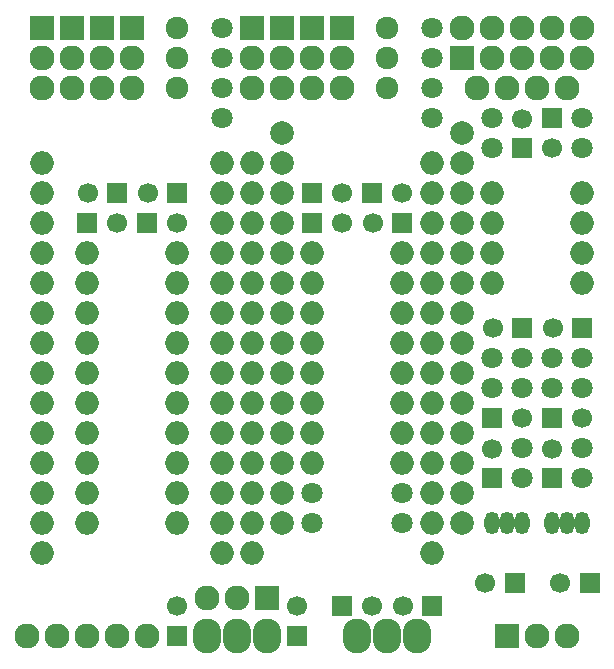
<source format=gts>
G04 #@! TF.FileFunction,Soldermask,Top*
%FSLAX46Y46*%
G04 Gerber Fmt 4.6, Leading zero omitted, Abs format (unit mm)*
G04 Created by KiCad (PCBNEW 4.0.0-rc2-stable) date 15.04.2016 14:18:32*
%MOMM*%
G01*
G04 APERTURE LIST*
%ADD10C,0.100000*%
%ADD11R,1.700000X1.700000*%
%ADD12C,1.700000*%
%ADD13C,1.797000*%
%ADD14O,2.000000X2.000000*%
%ADD15O,1.299160X1.901140*%
%ADD16C,1.924000*%
%ADD17C,2.127200*%
%ADD18R,2.127200X2.127200*%
%ADD19O,2.127200X2.127200*%
%ADD20C,2.000000*%
%ADD21O,2.432000X2.940000*%
G04 APERTURE END LIST*
D10*
D11*
X142240000Y-83820000D03*
D12*
X139740000Y-83820000D03*
D11*
X139700000Y-86360000D03*
D12*
X142200000Y-86360000D03*
D11*
X137160000Y-83820000D03*
D12*
X134660000Y-83820000D03*
D11*
X134620000Y-86360000D03*
D12*
X137120000Y-86360000D03*
D11*
X163830000Y-118745000D03*
D12*
X161330000Y-118745000D03*
D11*
X156210000Y-118745000D03*
D12*
X158710000Y-118745000D03*
D11*
X152400000Y-121285000D03*
D12*
X152400000Y-118785000D03*
D11*
X142240000Y-121285000D03*
D12*
X142240000Y-118785000D03*
D11*
X158750000Y-83820000D03*
D12*
X161250000Y-83820000D03*
D11*
X153670000Y-86360000D03*
D12*
X156170000Y-86360000D03*
D11*
X153670000Y-83820000D03*
D12*
X156170000Y-83820000D03*
D11*
X161290000Y-86360000D03*
D12*
X158790000Y-86360000D03*
D11*
X171450000Y-80010000D03*
D12*
X171450000Y-77510000D03*
D11*
X173990000Y-77470000D03*
D12*
X173990000Y-79970000D03*
D11*
X168910000Y-102870000D03*
D12*
X171410000Y-102870000D03*
D11*
X168910000Y-107950000D03*
D12*
X168910000Y-105450000D03*
D11*
X171450000Y-95250000D03*
D12*
X168950000Y-95250000D03*
D11*
X176530000Y-95250000D03*
D12*
X174030000Y-95250000D03*
D13*
X146050000Y-72390000D03*
X146050000Y-69850000D03*
X176530000Y-80010000D03*
X176530000Y-77470000D03*
X171450000Y-100330000D03*
X171450000Y-97790000D03*
X168910000Y-100330000D03*
X168910000Y-97790000D03*
X171450000Y-107950000D03*
X171450000Y-105410000D03*
X176530000Y-100330000D03*
X176530000Y-97790000D03*
D14*
X134620000Y-88900000D03*
X134620000Y-91440000D03*
X134620000Y-93980000D03*
X134620000Y-96520000D03*
X134620000Y-99060000D03*
X134620000Y-101600000D03*
X134620000Y-104140000D03*
X134620000Y-106680000D03*
X134620000Y-109220000D03*
X134620000Y-111760000D03*
X142240000Y-111760000D03*
X142240000Y-109220000D03*
X142240000Y-106680000D03*
X142240000Y-104140000D03*
X142240000Y-101600000D03*
X142240000Y-99060000D03*
X142240000Y-96520000D03*
X142240000Y-93980000D03*
X142240000Y-91440000D03*
X142240000Y-88900000D03*
X130810000Y-81280000D03*
X130810000Y-83820000D03*
X130810000Y-86360000D03*
X130810000Y-88900000D03*
X130810000Y-91440000D03*
X130810000Y-93980000D03*
X130810000Y-96520000D03*
X130810000Y-99060000D03*
X130810000Y-101600000D03*
X130810000Y-104140000D03*
X130810000Y-106680000D03*
X130810000Y-109220000D03*
X130810000Y-111760000D03*
X130810000Y-114300000D03*
X146050000Y-114300000D03*
X146050000Y-111760000D03*
X146050000Y-109220000D03*
X146050000Y-106680000D03*
X146050000Y-104140000D03*
X146050000Y-101600000D03*
X146050000Y-99060000D03*
X146050000Y-96520000D03*
X146050000Y-93980000D03*
X146050000Y-91440000D03*
X146050000Y-88900000D03*
X146050000Y-86360000D03*
X146050000Y-83820000D03*
X146050000Y-81280000D03*
X148590000Y-81280000D03*
X148590000Y-83820000D03*
X148590000Y-86360000D03*
X148590000Y-88900000D03*
X148590000Y-91440000D03*
X148590000Y-93980000D03*
X148590000Y-96520000D03*
X148590000Y-99060000D03*
X148590000Y-101600000D03*
X148590000Y-104140000D03*
X148590000Y-106680000D03*
X148590000Y-109220000D03*
X148590000Y-111760000D03*
X148590000Y-114300000D03*
X163830000Y-114300000D03*
X163830000Y-111760000D03*
X163830000Y-109220000D03*
X163830000Y-106680000D03*
X163830000Y-104140000D03*
X163830000Y-101600000D03*
X163830000Y-99060000D03*
X163830000Y-96520000D03*
X163830000Y-93980000D03*
X163830000Y-91440000D03*
X163830000Y-88900000D03*
X163830000Y-86360000D03*
X163830000Y-83820000D03*
X163830000Y-81280000D03*
X153670000Y-88900000D03*
X153670000Y-91440000D03*
X153670000Y-93980000D03*
X153670000Y-96520000D03*
X153670000Y-99060000D03*
X153670000Y-101600000D03*
X153670000Y-104140000D03*
X153670000Y-106680000D03*
X161290000Y-106680000D03*
X161290000Y-104140000D03*
X161290000Y-101600000D03*
X161290000Y-99060000D03*
X161290000Y-96520000D03*
X161290000Y-93980000D03*
X161290000Y-91440000D03*
X161290000Y-88900000D03*
X168910000Y-83820000D03*
X168910000Y-86360000D03*
X168910000Y-88900000D03*
X168910000Y-91440000D03*
X176530000Y-91440000D03*
X176530000Y-88900000D03*
X176530000Y-86360000D03*
X176530000Y-83820000D03*
D13*
X153670000Y-111760000D03*
X161290000Y-111760000D03*
X153670000Y-109220000D03*
X161290000Y-109220000D03*
X168910000Y-80010000D03*
X168910000Y-77470000D03*
X163830000Y-72390000D03*
X163830000Y-69850000D03*
D11*
X173990000Y-102870000D03*
D12*
X176490000Y-102870000D03*
D11*
X173990000Y-107950000D03*
D12*
X173990000Y-105450000D03*
D15*
X170180000Y-111760000D03*
X171450000Y-111760000D03*
X168910000Y-111760000D03*
X175260000Y-111760000D03*
X176530000Y-111760000D03*
X173990000Y-111760000D03*
D13*
X173990000Y-100330000D03*
X173990000Y-97790000D03*
X176530000Y-107950000D03*
X176530000Y-105410000D03*
D11*
X170815000Y-116840000D03*
D12*
X168315000Y-116840000D03*
D11*
X177165000Y-116840000D03*
D12*
X174665000Y-116840000D03*
D16*
X160020000Y-72390000D03*
X160020000Y-74930000D03*
X160020000Y-69850000D03*
X142240000Y-72390000D03*
X142240000Y-74930000D03*
X142240000Y-69850000D03*
D13*
X146050000Y-74930000D03*
X146050000Y-77470000D03*
X163830000Y-74930000D03*
X163830000Y-77470000D03*
D17*
X129540000Y-121285000D03*
X132080000Y-121285000D03*
X134620000Y-121285000D03*
X137160000Y-121285000D03*
X139700000Y-121285000D03*
D18*
X149860000Y-118110000D03*
D17*
X147320000Y-118110000D03*
X144780000Y-118110000D03*
D18*
X130810000Y-69850000D03*
D17*
X130810000Y-72390000D03*
X130810000Y-74930000D03*
D18*
X133350000Y-69850000D03*
D17*
X133350000Y-72390000D03*
X133350000Y-74930000D03*
D18*
X135890000Y-69850000D03*
D17*
X135890000Y-72390000D03*
X135890000Y-74930000D03*
D18*
X138430000Y-69850000D03*
D17*
X138430000Y-72390000D03*
X138430000Y-74930000D03*
D18*
X156210000Y-69850000D03*
D17*
X156210000Y-72390000D03*
X156210000Y-74930000D03*
D18*
X153670000Y-69850000D03*
D17*
X153670000Y-72390000D03*
X153670000Y-74930000D03*
D18*
X151130000Y-69850000D03*
D17*
X151130000Y-72390000D03*
X151130000Y-74930000D03*
D18*
X148590000Y-69850000D03*
D17*
X148590000Y-72390000D03*
X148590000Y-74930000D03*
D18*
X170180000Y-121285000D03*
D17*
X172720000Y-121285000D03*
X175260000Y-121285000D03*
X167640000Y-74930000D03*
X170180000Y-74930000D03*
X175260000Y-74930000D03*
X172720000Y-74930000D03*
D18*
X166370000Y-72390000D03*
D19*
X166370000Y-69850000D03*
X168910000Y-72390000D03*
X168910000Y-69850000D03*
X171450000Y-72390000D03*
X171450000Y-69850000D03*
X173990000Y-72390000D03*
X173990000Y-69850000D03*
X176530000Y-72390000D03*
X176530000Y-69850000D03*
D20*
X151130000Y-78740000D03*
X151130000Y-81280000D03*
X151130000Y-83820000D03*
X151130000Y-86360000D03*
X151130000Y-88900000D03*
X151130000Y-91440000D03*
X151130000Y-93980000D03*
X151130000Y-96520000D03*
X151130000Y-99060000D03*
X151130000Y-101600000D03*
X151130000Y-104140000D03*
X151130000Y-106680000D03*
X151130000Y-109220000D03*
X151130000Y-111760000D03*
X166370000Y-111760000D03*
X166370000Y-109220000D03*
X166370000Y-106680000D03*
X166370000Y-104140000D03*
X166370000Y-101600000D03*
X166370000Y-99060000D03*
X166370000Y-96520000D03*
X166370000Y-93980000D03*
X166370000Y-91440000D03*
X166370000Y-88900000D03*
X166370000Y-86360000D03*
X166370000Y-83820000D03*
X166370000Y-81280000D03*
X166370000Y-78740000D03*
D21*
X160020000Y-121285000D03*
X157480000Y-121285000D03*
X162560000Y-121285000D03*
X147320000Y-121285000D03*
X144780000Y-121285000D03*
X149860000Y-121285000D03*
M02*

</source>
